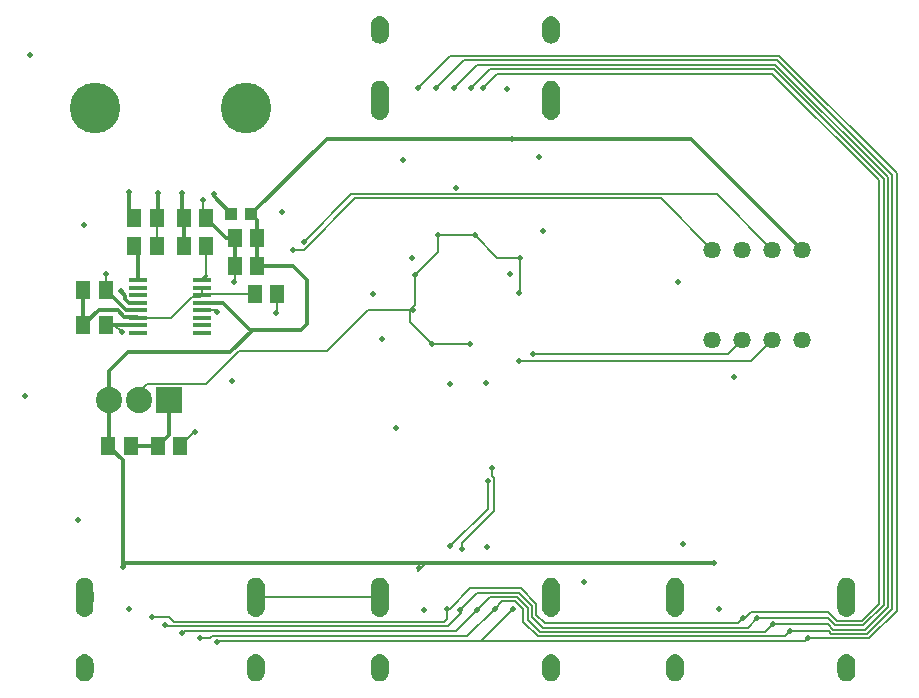
<source format=gbr>
G04 EAGLE Gerber RS-274X export*
G75*
%MOMM*%
%FSLAX34Y34*%
%LPD*%
%INBottom Copper*%
%IPPOS*%
%AMOC8*
5,1,8,0,0,1.08239X$1,22.5*%
G01*
%ADD10C,1.620000*%
%ADD11C,1.463037*%
%ADD12R,2.232000X2.232000*%
%ADD13C,2.232000*%
%ADD14R,1.526000X0.435000*%
%ADD15C,4.284000*%
%ADD16R,1.300000X1.500000*%
%ADD17R,1.100000X1.000000*%
%ADD18C,0.191769*%
%ADD19C,0.502400*%
%ADD20C,0.304800*%
%ADD21C,0.152400*%
%ADD22C,0.200000*%

G36*
X473968Y493995D02*
X473968Y493995D01*
X473972Y493999D01*
X473975Y493999D01*
X473977Y493997D01*
X475384Y494424D01*
X475389Y494430D01*
X475393Y494427D01*
X476690Y495121D01*
X476693Y495127D01*
X476698Y495126D01*
X477835Y496059D01*
X477836Y496066D01*
X477841Y496065D01*
X478774Y497202D01*
X478774Y497209D01*
X478779Y497210D01*
X479473Y498507D01*
X479472Y498513D01*
X479475Y498515D01*
X479476Y498516D01*
X479626Y499009D01*
X479641Y499058D01*
X479865Y499797D01*
X479903Y499923D01*
X479901Y499929D01*
X479905Y499932D01*
X480049Y501395D01*
X480047Y501398D01*
X480049Y501400D01*
X480049Y519400D01*
X480047Y519403D01*
X480049Y519405D01*
X479905Y520868D01*
X479900Y520873D01*
X479903Y520877D01*
X479476Y522284D01*
X479470Y522289D01*
X479473Y522293D01*
X478779Y523590D01*
X478773Y523593D01*
X478774Y523598D01*
X477841Y524735D01*
X477834Y524736D01*
X477835Y524741D01*
X476698Y525674D01*
X476691Y525674D01*
X476690Y525679D01*
X475393Y526373D01*
X475386Y526371D01*
X475384Y526376D01*
X473977Y526803D01*
X473971Y526801D01*
X473968Y526805D01*
X472505Y526949D01*
X472501Y526947D01*
X472497Y526947D01*
X472495Y526949D01*
X471032Y526805D01*
X471027Y526800D01*
X471023Y526803D01*
X469616Y526376D01*
X469611Y526370D01*
X469607Y526373D01*
X468310Y525679D01*
X468307Y525673D01*
X468302Y525674D01*
X467165Y524741D01*
X467164Y524734D01*
X467159Y524735D01*
X466226Y523598D01*
X466226Y523591D01*
X466221Y523590D01*
X465527Y522293D01*
X465529Y522286D01*
X465524Y522284D01*
X465433Y521986D01*
X465418Y521937D01*
X465194Y521198D01*
X465097Y520877D01*
X465100Y520871D01*
X465095Y520868D01*
X464951Y519405D01*
X464953Y519402D01*
X464951Y519400D01*
X464951Y501400D01*
X464953Y501397D01*
X464951Y501395D01*
X465095Y499932D01*
X465100Y499927D01*
X465097Y499923D01*
X465524Y498516D01*
X465530Y498511D01*
X465527Y498507D01*
X466221Y497210D01*
X466227Y497207D01*
X466226Y497202D01*
X467159Y496065D01*
X467166Y496064D01*
X467165Y496059D01*
X468302Y495126D01*
X468309Y495126D01*
X468310Y495121D01*
X469607Y494427D01*
X469614Y494429D01*
X469616Y494424D01*
X471023Y493997D01*
X471027Y493999D01*
X471030Y493999D01*
X471032Y493995D01*
X472495Y493851D01*
X472501Y493855D01*
X472505Y493851D01*
X473968Y493995D01*
G37*
G36*
X328968Y493995D02*
X328968Y493995D01*
X328972Y493999D01*
X328975Y493999D01*
X328977Y493997D01*
X330384Y494424D01*
X330389Y494430D01*
X330393Y494427D01*
X331690Y495121D01*
X331693Y495127D01*
X331698Y495126D01*
X332835Y496059D01*
X332836Y496066D01*
X332841Y496065D01*
X333774Y497202D01*
X333774Y497209D01*
X333779Y497210D01*
X334473Y498507D01*
X334472Y498513D01*
X334475Y498515D01*
X334476Y498516D01*
X334626Y499009D01*
X334641Y499058D01*
X334865Y499797D01*
X334903Y499923D01*
X334901Y499929D01*
X334905Y499932D01*
X335049Y501395D01*
X335047Y501398D01*
X335049Y501400D01*
X335049Y519400D01*
X335047Y519403D01*
X335049Y519405D01*
X334905Y520868D01*
X334900Y520873D01*
X334903Y520877D01*
X334476Y522284D01*
X334470Y522289D01*
X334473Y522293D01*
X333779Y523590D01*
X333773Y523593D01*
X333774Y523598D01*
X332841Y524735D01*
X332834Y524736D01*
X332835Y524741D01*
X331698Y525674D01*
X331691Y525674D01*
X331690Y525679D01*
X330393Y526373D01*
X330386Y526371D01*
X330384Y526376D01*
X328977Y526803D01*
X328971Y526801D01*
X328968Y526805D01*
X327505Y526949D01*
X327501Y526947D01*
X327497Y526947D01*
X327495Y526949D01*
X326032Y526805D01*
X326027Y526800D01*
X326023Y526803D01*
X324616Y526376D01*
X324611Y526370D01*
X324607Y526373D01*
X323310Y525679D01*
X323307Y525673D01*
X323302Y525674D01*
X322165Y524741D01*
X322164Y524734D01*
X322159Y524735D01*
X321226Y523598D01*
X321226Y523591D01*
X321221Y523590D01*
X320527Y522293D01*
X320529Y522286D01*
X320524Y522284D01*
X320433Y521986D01*
X320418Y521937D01*
X320194Y521198D01*
X320097Y520877D01*
X320100Y520871D01*
X320095Y520868D01*
X319951Y519405D01*
X319953Y519402D01*
X319951Y519400D01*
X319951Y501400D01*
X319953Y501397D01*
X319951Y501395D01*
X320095Y499932D01*
X320100Y499927D01*
X320097Y499923D01*
X320524Y498516D01*
X320530Y498511D01*
X320527Y498507D01*
X321221Y497210D01*
X321227Y497207D01*
X321226Y497202D01*
X322159Y496065D01*
X322166Y496064D01*
X322165Y496059D01*
X323302Y495126D01*
X323309Y495126D01*
X323310Y495121D01*
X324607Y494427D01*
X324614Y494429D01*
X324616Y494424D01*
X326023Y493997D01*
X326027Y493999D01*
X326030Y493999D01*
X326032Y493995D01*
X327495Y493851D01*
X327501Y493855D01*
X327505Y493851D01*
X328968Y493995D01*
G37*
G36*
X78968Y73195D02*
X78968Y73195D01*
X78972Y73199D01*
X78975Y73199D01*
X78977Y73197D01*
X80384Y73624D01*
X80389Y73630D01*
X80393Y73627D01*
X81690Y74321D01*
X81693Y74327D01*
X81698Y74326D01*
X82835Y75259D01*
X82836Y75266D01*
X82841Y75265D01*
X83774Y76402D01*
X83774Y76409D01*
X83779Y76410D01*
X84473Y77707D01*
X84472Y77713D01*
X84475Y77715D01*
X84476Y77716D01*
X84626Y78209D01*
X84641Y78258D01*
X84865Y78997D01*
X84903Y79123D01*
X84901Y79129D01*
X84905Y79132D01*
X85049Y80595D01*
X85047Y80598D01*
X85049Y80600D01*
X85049Y98600D01*
X85047Y98603D01*
X85049Y98605D01*
X84905Y100068D01*
X84900Y100073D01*
X84903Y100077D01*
X84476Y101484D01*
X84470Y101489D01*
X84473Y101493D01*
X83779Y102790D01*
X83773Y102793D01*
X83774Y102798D01*
X82841Y103935D01*
X82834Y103936D01*
X82835Y103941D01*
X81698Y104874D01*
X81691Y104874D01*
X81690Y104879D01*
X80393Y105573D01*
X80386Y105571D01*
X80384Y105576D01*
X78977Y106003D01*
X78971Y106001D01*
X78968Y106005D01*
X77505Y106149D01*
X77501Y106147D01*
X77497Y106147D01*
X77495Y106149D01*
X76032Y106005D01*
X76027Y106000D01*
X76023Y106003D01*
X74616Y105576D01*
X74611Y105570D01*
X74607Y105573D01*
X73310Y104879D01*
X73307Y104873D01*
X73302Y104874D01*
X72165Y103941D01*
X72164Y103934D01*
X72159Y103935D01*
X71226Y102798D01*
X71226Y102791D01*
X71221Y102790D01*
X70527Y101493D01*
X70529Y101486D01*
X70524Y101484D01*
X70433Y101186D01*
X70418Y101137D01*
X70194Y100398D01*
X70097Y100077D01*
X70100Y100071D01*
X70095Y100068D01*
X69951Y98605D01*
X69953Y98602D01*
X69951Y98600D01*
X69951Y80600D01*
X69953Y80597D01*
X69951Y80595D01*
X70095Y79132D01*
X70100Y79127D01*
X70097Y79123D01*
X70524Y77716D01*
X70530Y77711D01*
X70527Y77707D01*
X71221Y76410D01*
X71227Y76407D01*
X71226Y76402D01*
X72159Y75265D01*
X72166Y75264D01*
X72165Y75259D01*
X73302Y74326D01*
X73309Y74326D01*
X73310Y74321D01*
X74607Y73627D01*
X74614Y73629D01*
X74616Y73624D01*
X76023Y73197D01*
X76027Y73199D01*
X76030Y73199D01*
X76032Y73195D01*
X77495Y73051D01*
X77501Y73055D01*
X77505Y73051D01*
X78968Y73195D01*
G37*
G36*
X223968Y73195D02*
X223968Y73195D01*
X223972Y73199D01*
X223975Y73199D01*
X223977Y73197D01*
X225384Y73624D01*
X225389Y73630D01*
X225393Y73627D01*
X226690Y74321D01*
X226693Y74327D01*
X226698Y74326D01*
X227835Y75259D01*
X227836Y75266D01*
X227841Y75265D01*
X228774Y76402D01*
X228774Y76409D01*
X228779Y76410D01*
X229473Y77707D01*
X229472Y77713D01*
X229475Y77715D01*
X229476Y77716D01*
X229626Y78209D01*
X229641Y78258D01*
X229865Y78997D01*
X229903Y79123D01*
X229901Y79129D01*
X229905Y79132D01*
X230049Y80595D01*
X230047Y80598D01*
X230049Y80600D01*
X230049Y98600D01*
X230047Y98603D01*
X230049Y98605D01*
X229905Y100068D01*
X229900Y100073D01*
X229903Y100077D01*
X229476Y101484D01*
X229470Y101489D01*
X229473Y101493D01*
X228779Y102790D01*
X228773Y102793D01*
X228774Y102798D01*
X227841Y103935D01*
X227834Y103936D01*
X227835Y103941D01*
X226698Y104874D01*
X226691Y104874D01*
X226690Y104879D01*
X225393Y105573D01*
X225386Y105571D01*
X225384Y105576D01*
X223977Y106003D01*
X223971Y106001D01*
X223968Y106005D01*
X222505Y106149D01*
X222501Y106147D01*
X222497Y106147D01*
X222495Y106149D01*
X221032Y106005D01*
X221027Y106000D01*
X221023Y106003D01*
X219616Y105576D01*
X219611Y105570D01*
X219607Y105573D01*
X218310Y104879D01*
X218307Y104873D01*
X218302Y104874D01*
X217165Y103941D01*
X217164Y103934D01*
X217159Y103935D01*
X216226Y102798D01*
X216226Y102791D01*
X216221Y102790D01*
X215527Y101493D01*
X215529Y101486D01*
X215524Y101484D01*
X215433Y101186D01*
X215418Y101137D01*
X215194Y100398D01*
X215097Y100077D01*
X215100Y100071D01*
X215095Y100068D01*
X214951Y98605D01*
X214953Y98602D01*
X214951Y98600D01*
X214951Y80600D01*
X214953Y80597D01*
X214951Y80595D01*
X215095Y79132D01*
X215100Y79127D01*
X215097Y79123D01*
X215524Y77716D01*
X215530Y77711D01*
X215527Y77707D01*
X216221Y76410D01*
X216227Y76407D01*
X216226Y76402D01*
X217159Y75265D01*
X217166Y75264D01*
X217165Y75259D01*
X218302Y74326D01*
X218309Y74326D01*
X218310Y74321D01*
X219607Y73627D01*
X219614Y73629D01*
X219616Y73624D01*
X221023Y73197D01*
X221027Y73199D01*
X221030Y73199D01*
X221032Y73195D01*
X222495Y73051D01*
X222501Y73055D01*
X222505Y73051D01*
X223968Y73195D01*
G37*
G36*
X578968Y73195D02*
X578968Y73195D01*
X578972Y73199D01*
X578975Y73199D01*
X578977Y73197D01*
X580384Y73624D01*
X580389Y73630D01*
X580393Y73627D01*
X581690Y74321D01*
X581693Y74327D01*
X581698Y74326D01*
X582835Y75259D01*
X582836Y75266D01*
X582841Y75265D01*
X583774Y76402D01*
X583774Y76409D01*
X583779Y76410D01*
X584473Y77707D01*
X584472Y77713D01*
X584475Y77715D01*
X584476Y77716D01*
X584626Y78209D01*
X584641Y78258D01*
X584865Y78997D01*
X584903Y79123D01*
X584901Y79129D01*
X584905Y79132D01*
X585049Y80595D01*
X585047Y80598D01*
X585049Y80600D01*
X585049Y98600D01*
X585047Y98603D01*
X585049Y98605D01*
X584905Y100068D01*
X584900Y100073D01*
X584903Y100077D01*
X584476Y101484D01*
X584470Y101489D01*
X584473Y101493D01*
X583779Y102790D01*
X583773Y102793D01*
X583774Y102798D01*
X582841Y103935D01*
X582834Y103936D01*
X582835Y103941D01*
X581698Y104874D01*
X581691Y104874D01*
X581690Y104879D01*
X580393Y105573D01*
X580386Y105571D01*
X580384Y105576D01*
X578977Y106003D01*
X578971Y106001D01*
X578968Y106005D01*
X577505Y106149D01*
X577501Y106147D01*
X577497Y106147D01*
X577495Y106149D01*
X576032Y106005D01*
X576027Y106000D01*
X576023Y106003D01*
X574616Y105576D01*
X574611Y105570D01*
X574607Y105573D01*
X573310Y104879D01*
X573307Y104873D01*
X573302Y104874D01*
X572165Y103941D01*
X572164Y103934D01*
X572159Y103935D01*
X571226Y102798D01*
X571226Y102791D01*
X571221Y102790D01*
X570527Y101493D01*
X570529Y101486D01*
X570524Y101484D01*
X570433Y101186D01*
X570418Y101137D01*
X570194Y100398D01*
X570097Y100077D01*
X570100Y100071D01*
X570095Y100068D01*
X569951Y98605D01*
X569953Y98602D01*
X569951Y98600D01*
X569951Y80600D01*
X569953Y80597D01*
X569951Y80595D01*
X570095Y79132D01*
X570100Y79127D01*
X570097Y79123D01*
X570524Y77716D01*
X570530Y77711D01*
X570527Y77707D01*
X571221Y76410D01*
X571227Y76407D01*
X571226Y76402D01*
X572159Y75265D01*
X572166Y75264D01*
X572165Y75259D01*
X573302Y74326D01*
X573309Y74326D01*
X573310Y74321D01*
X574607Y73627D01*
X574614Y73629D01*
X574616Y73624D01*
X576023Y73197D01*
X576027Y73199D01*
X576030Y73199D01*
X576032Y73195D01*
X577495Y73051D01*
X577501Y73055D01*
X577505Y73051D01*
X578968Y73195D01*
G37*
G36*
X473968Y73195D02*
X473968Y73195D01*
X473972Y73199D01*
X473975Y73199D01*
X473977Y73197D01*
X475384Y73624D01*
X475389Y73630D01*
X475393Y73627D01*
X476690Y74321D01*
X476693Y74327D01*
X476698Y74326D01*
X477835Y75259D01*
X477836Y75266D01*
X477841Y75265D01*
X478774Y76402D01*
X478774Y76409D01*
X478779Y76410D01*
X479473Y77707D01*
X479472Y77713D01*
X479475Y77715D01*
X479476Y77716D01*
X479626Y78209D01*
X479641Y78258D01*
X479865Y78997D01*
X479903Y79123D01*
X479901Y79129D01*
X479905Y79132D01*
X480049Y80595D01*
X480047Y80598D01*
X480049Y80600D01*
X480049Y98600D01*
X480047Y98603D01*
X480049Y98605D01*
X479905Y100068D01*
X479900Y100073D01*
X479903Y100077D01*
X479476Y101484D01*
X479470Y101489D01*
X479473Y101493D01*
X478779Y102790D01*
X478773Y102793D01*
X478774Y102798D01*
X477841Y103935D01*
X477834Y103936D01*
X477835Y103941D01*
X476698Y104874D01*
X476691Y104874D01*
X476690Y104879D01*
X475393Y105573D01*
X475386Y105571D01*
X475384Y105576D01*
X473977Y106003D01*
X473971Y106001D01*
X473968Y106005D01*
X472505Y106149D01*
X472501Y106147D01*
X472497Y106147D01*
X472495Y106149D01*
X471032Y106005D01*
X471027Y106000D01*
X471023Y106003D01*
X469616Y105576D01*
X469611Y105570D01*
X469607Y105573D01*
X468310Y104879D01*
X468307Y104873D01*
X468302Y104874D01*
X467165Y103941D01*
X467164Y103934D01*
X467159Y103935D01*
X466226Y102798D01*
X466226Y102791D01*
X466221Y102790D01*
X465527Y101493D01*
X465529Y101486D01*
X465524Y101484D01*
X465433Y101186D01*
X465418Y101137D01*
X465194Y100398D01*
X465097Y100077D01*
X465100Y100071D01*
X465095Y100068D01*
X464951Y98605D01*
X464953Y98602D01*
X464951Y98600D01*
X464951Y80600D01*
X464953Y80597D01*
X464951Y80595D01*
X465095Y79132D01*
X465100Y79127D01*
X465097Y79123D01*
X465524Y77716D01*
X465530Y77711D01*
X465527Y77707D01*
X466221Y76410D01*
X466227Y76407D01*
X466226Y76402D01*
X467159Y75265D01*
X467166Y75264D01*
X467165Y75259D01*
X468302Y74326D01*
X468309Y74326D01*
X468310Y74321D01*
X469607Y73627D01*
X469614Y73629D01*
X469616Y73624D01*
X471023Y73197D01*
X471027Y73199D01*
X471030Y73199D01*
X471032Y73195D01*
X472495Y73051D01*
X472501Y73055D01*
X472505Y73051D01*
X473968Y73195D01*
G37*
G36*
X328968Y73195D02*
X328968Y73195D01*
X328972Y73199D01*
X328975Y73199D01*
X328977Y73197D01*
X330384Y73624D01*
X330389Y73630D01*
X330393Y73627D01*
X331690Y74321D01*
X331693Y74327D01*
X331698Y74326D01*
X332835Y75259D01*
X332836Y75266D01*
X332841Y75265D01*
X333774Y76402D01*
X333774Y76409D01*
X333779Y76410D01*
X334473Y77707D01*
X334472Y77713D01*
X334475Y77715D01*
X334476Y77716D01*
X334626Y78209D01*
X334641Y78258D01*
X334865Y78997D01*
X334903Y79123D01*
X334901Y79129D01*
X334905Y79132D01*
X335049Y80595D01*
X335047Y80598D01*
X335049Y80600D01*
X335049Y98600D01*
X335047Y98603D01*
X335049Y98605D01*
X334905Y100068D01*
X334900Y100073D01*
X334903Y100077D01*
X334476Y101484D01*
X334470Y101489D01*
X334473Y101493D01*
X333779Y102790D01*
X333773Y102793D01*
X333774Y102798D01*
X332841Y103935D01*
X332834Y103936D01*
X332835Y103941D01*
X331698Y104874D01*
X331691Y104874D01*
X331690Y104879D01*
X330393Y105573D01*
X330386Y105571D01*
X330384Y105576D01*
X328977Y106003D01*
X328971Y106001D01*
X328968Y106005D01*
X327505Y106149D01*
X327501Y106147D01*
X327497Y106147D01*
X327495Y106149D01*
X326032Y106005D01*
X326027Y106000D01*
X326023Y106003D01*
X324616Y105576D01*
X324611Y105570D01*
X324607Y105573D01*
X323310Y104879D01*
X323307Y104873D01*
X323302Y104874D01*
X322165Y103941D01*
X322164Y103934D01*
X322159Y103935D01*
X321226Y102798D01*
X321226Y102791D01*
X321221Y102790D01*
X320527Y101493D01*
X320529Y101486D01*
X320524Y101484D01*
X320433Y101186D01*
X320418Y101137D01*
X320194Y100398D01*
X320097Y100077D01*
X320100Y100071D01*
X320095Y100068D01*
X319951Y98605D01*
X319953Y98602D01*
X319951Y98600D01*
X319951Y80600D01*
X319953Y80597D01*
X319951Y80595D01*
X320095Y79132D01*
X320100Y79127D01*
X320097Y79123D01*
X320524Y77716D01*
X320530Y77711D01*
X320527Y77707D01*
X321221Y76410D01*
X321227Y76407D01*
X321226Y76402D01*
X322159Y75265D01*
X322166Y75264D01*
X322165Y75259D01*
X323302Y74326D01*
X323309Y74326D01*
X323310Y74321D01*
X324607Y73627D01*
X324614Y73629D01*
X324616Y73624D01*
X326023Y73197D01*
X326027Y73199D01*
X326030Y73199D01*
X326032Y73195D01*
X327495Y73051D01*
X327501Y73055D01*
X327505Y73051D01*
X328968Y73195D01*
G37*
G36*
X723968Y73195D02*
X723968Y73195D01*
X723972Y73199D01*
X723975Y73199D01*
X723977Y73197D01*
X725384Y73624D01*
X725389Y73630D01*
X725393Y73627D01*
X726690Y74321D01*
X726693Y74327D01*
X726698Y74326D01*
X727835Y75259D01*
X727836Y75266D01*
X727841Y75265D01*
X728774Y76402D01*
X728774Y76409D01*
X728779Y76410D01*
X729473Y77707D01*
X729472Y77713D01*
X729475Y77715D01*
X729476Y77716D01*
X729626Y78209D01*
X729641Y78258D01*
X729865Y78997D01*
X729903Y79123D01*
X729901Y79129D01*
X729905Y79132D01*
X730049Y80595D01*
X730047Y80598D01*
X730049Y80600D01*
X730049Y98600D01*
X730047Y98603D01*
X730049Y98605D01*
X729905Y100068D01*
X729900Y100073D01*
X729903Y100077D01*
X729476Y101484D01*
X729470Y101489D01*
X729473Y101493D01*
X728779Y102790D01*
X728773Y102793D01*
X728774Y102798D01*
X727841Y103935D01*
X727834Y103936D01*
X727835Y103941D01*
X726698Y104874D01*
X726691Y104874D01*
X726690Y104879D01*
X725393Y105573D01*
X725386Y105571D01*
X725384Y105576D01*
X723977Y106003D01*
X723971Y106001D01*
X723968Y106005D01*
X722505Y106149D01*
X722501Y106147D01*
X722497Y106147D01*
X722495Y106149D01*
X721032Y106005D01*
X721027Y106000D01*
X721023Y106003D01*
X719616Y105576D01*
X719611Y105570D01*
X719607Y105573D01*
X718310Y104879D01*
X718307Y104873D01*
X718302Y104874D01*
X717165Y103941D01*
X717164Y103934D01*
X717159Y103935D01*
X716226Y102798D01*
X716226Y102791D01*
X716221Y102790D01*
X715527Y101493D01*
X715529Y101486D01*
X715524Y101484D01*
X715433Y101186D01*
X715418Y101137D01*
X715194Y100398D01*
X715097Y100077D01*
X715100Y100071D01*
X715095Y100068D01*
X714951Y98605D01*
X714953Y98602D01*
X714951Y98600D01*
X714951Y80600D01*
X714953Y80597D01*
X714951Y80595D01*
X715095Y79132D01*
X715100Y79127D01*
X715097Y79123D01*
X715524Y77716D01*
X715530Y77711D01*
X715527Y77707D01*
X716221Y76410D01*
X716227Y76407D01*
X716226Y76402D01*
X717159Y75265D01*
X717166Y75264D01*
X717165Y75259D01*
X718302Y74326D01*
X718309Y74326D01*
X718310Y74321D01*
X719607Y73627D01*
X719614Y73629D01*
X719616Y73624D01*
X721023Y73197D01*
X721027Y73199D01*
X721030Y73199D01*
X721032Y73195D01*
X722495Y73051D01*
X722501Y73055D01*
X722505Y73051D01*
X723968Y73195D01*
G37*
G36*
X473968Y558595D02*
X473968Y558595D01*
X473972Y558599D01*
X473975Y558599D01*
X473977Y558597D01*
X475384Y559024D01*
X475389Y559030D01*
X475393Y559027D01*
X476690Y559721D01*
X476693Y559727D01*
X476698Y559726D01*
X477835Y560659D01*
X477836Y560666D01*
X477841Y560665D01*
X478774Y561802D01*
X478774Y561809D01*
X478779Y561810D01*
X479473Y563107D01*
X479472Y563113D01*
X479475Y563115D01*
X479476Y563116D01*
X479626Y563609D01*
X479641Y563658D01*
X479865Y564397D01*
X479903Y564523D01*
X479901Y564529D01*
X479905Y564532D01*
X480049Y565995D01*
X480047Y565998D01*
X480049Y566000D01*
X480049Y574000D01*
X480047Y574003D01*
X480049Y574005D01*
X479905Y575468D01*
X479900Y575473D01*
X479903Y575477D01*
X479476Y576884D01*
X479470Y576889D01*
X479473Y576893D01*
X478779Y578190D01*
X478773Y578193D01*
X478774Y578198D01*
X477841Y579335D01*
X477834Y579336D01*
X477835Y579341D01*
X476698Y580274D01*
X476691Y580274D01*
X476690Y580279D01*
X475393Y580973D01*
X475386Y580971D01*
X475384Y580976D01*
X473977Y581403D01*
X473973Y581401D01*
X473970Y581401D01*
X473968Y581405D01*
X472505Y581549D01*
X472503Y581548D01*
X472503Y581549D01*
X472497Y581549D01*
X472496Y581548D01*
X472495Y581549D01*
X471032Y581405D01*
X471028Y581401D01*
X471025Y581401D01*
X471023Y581403D01*
X469616Y580976D01*
X469611Y580970D01*
X469607Y580973D01*
X468310Y580279D01*
X468307Y580273D01*
X468302Y580274D01*
X467165Y579341D01*
X467164Y579334D01*
X467159Y579335D01*
X466226Y578198D01*
X466226Y578191D01*
X466221Y578190D01*
X465527Y576893D01*
X465528Y576887D01*
X465526Y576885D01*
X465524Y576884D01*
X465464Y576687D01*
X465240Y575948D01*
X465225Y575899D01*
X465097Y575477D01*
X465100Y575471D01*
X465095Y575468D01*
X464951Y574005D01*
X464953Y574002D01*
X464951Y574000D01*
X464951Y566000D01*
X464953Y565997D01*
X464951Y565995D01*
X465095Y564532D01*
X465100Y564527D01*
X465097Y564523D01*
X465524Y563116D01*
X465530Y563111D01*
X465527Y563107D01*
X466221Y561810D01*
X466227Y561807D01*
X466226Y561802D01*
X467159Y560665D01*
X467166Y560664D01*
X467165Y560659D01*
X468302Y559726D01*
X468309Y559726D01*
X468310Y559721D01*
X469607Y559027D01*
X469614Y559029D01*
X469616Y559024D01*
X471023Y558597D01*
X471027Y558599D01*
X471030Y558599D01*
X471032Y558595D01*
X472495Y558451D01*
X472501Y558455D01*
X472505Y558451D01*
X473968Y558595D01*
G37*
G36*
X328968Y558595D02*
X328968Y558595D01*
X328972Y558599D01*
X328975Y558599D01*
X328977Y558597D01*
X330384Y559024D01*
X330389Y559030D01*
X330393Y559027D01*
X331690Y559721D01*
X331693Y559727D01*
X331698Y559726D01*
X332835Y560659D01*
X332836Y560666D01*
X332841Y560665D01*
X333774Y561802D01*
X333774Y561809D01*
X333779Y561810D01*
X334473Y563107D01*
X334472Y563113D01*
X334475Y563115D01*
X334476Y563116D01*
X334626Y563609D01*
X334641Y563658D01*
X334865Y564397D01*
X334903Y564523D01*
X334901Y564529D01*
X334905Y564532D01*
X335049Y565995D01*
X335047Y565998D01*
X335049Y566000D01*
X335049Y574000D01*
X335047Y574003D01*
X335049Y574005D01*
X334905Y575468D01*
X334900Y575473D01*
X334903Y575477D01*
X334476Y576884D01*
X334470Y576889D01*
X334473Y576893D01*
X333779Y578190D01*
X333773Y578193D01*
X333774Y578198D01*
X332841Y579335D01*
X332834Y579336D01*
X332835Y579341D01*
X331698Y580274D01*
X331691Y580274D01*
X331690Y580279D01*
X330393Y580973D01*
X330386Y580971D01*
X330384Y580976D01*
X328977Y581403D01*
X328973Y581401D01*
X328970Y581401D01*
X328968Y581405D01*
X327505Y581549D01*
X327503Y581548D01*
X327503Y581549D01*
X327497Y581549D01*
X327496Y581548D01*
X327495Y581549D01*
X326032Y581405D01*
X326028Y581401D01*
X326025Y581401D01*
X326023Y581403D01*
X324616Y580976D01*
X324611Y580970D01*
X324607Y580973D01*
X323310Y580279D01*
X323307Y580273D01*
X323302Y580274D01*
X322165Y579341D01*
X322164Y579334D01*
X322159Y579335D01*
X321226Y578198D01*
X321226Y578191D01*
X321221Y578190D01*
X320527Y576893D01*
X320528Y576887D01*
X320526Y576885D01*
X320524Y576884D01*
X320464Y576687D01*
X320240Y575948D01*
X320225Y575899D01*
X320097Y575477D01*
X320100Y575471D01*
X320095Y575468D01*
X319951Y574005D01*
X319953Y574002D01*
X319951Y574000D01*
X319951Y566000D01*
X319953Y565997D01*
X319951Y565995D01*
X320095Y564532D01*
X320100Y564527D01*
X320097Y564523D01*
X320524Y563116D01*
X320530Y563111D01*
X320527Y563107D01*
X321221Y561810D01*
X321227Y561807D01*
X321226Y561802D01*
X322159Y560665D01*
X322166Y560664D01*
X322165Y560659D01*
X323302Y559726D01*
X323309Y559726D01*
X323310Y559721D01*
X324607Y559027D01*
X324614Y559029D01*
X324616Y559024D01*
X326023Y558597D01*
X326027Y558599D01*
X326030Y558599D01*
X326032Y558595D01*
X327495Y558451D01*
X327501Y558455D01*
X327505Y558451D01*
X328968Y558595D01*
G37*
G36*
X223968Y18595D02*
X223968Y18595D01*
X223972Y18599D01*
X223975Y18599D01*
X223977Y18597D01*
X225384Y19024D01*
X225389Y19030D01*
X225393Y19027D01*
X226690Y19721D01*
X226693Y19727D01*
X226698Y19726D01*
X227835Y20659D01*
X227836Y20666D01*
X227841Y20665D01*
X228774Y21802D01*
X228774Y21809D01*
X228779Y21810D01*
X229473Y23107D01*
X229472Y23113D01*
X229475Y23115D01*
X229476Y23116D01*
X229626Y23609D01*
X229641Y23658D01*
X229865Y24397D01*
X229903Y24523D01*
X229901Y24529D01*
X229905Y24532D01*
X230049Y25995D01*
X230047Y25998D01*
X230049Y26000D01*
X230049Y34000D01*
X230047Y34003D01*
X230049Y34005D01*
X229905Y35468D01*
X229900Y35473D01*
X229903Y35477D01*
X229476Y36884D01*
X229470Y36889D01*
X229473Y36893D01*
X228779Y38190D01*
X228773Y38193D01*
X228774Y38198D01*
X227841Y39335D01*
X227834Y39336D01*
X227835Y39341D01*
X226698Y40274D01*
X226691Y40274D01*
X226690Y40279D01*
X225393Y40973D01*
X225386Y40971D01*
X225384Y40976D01*
X223977Y41403D01*
X223973Y41401D01*
X223970Y41401D01*
X223968Y41405D01*
X222505Y41549D01*
X222503Y41548D01*
X222503Y41549D01*
X222497Y41549D01*
X222496Y41548D01*
X222495Y41549D01*
X221032Y41405D01*
X221028Y41401D01*
X221025Y41401D01*
X221023Y41403D01*
X219616Y40976D01*
X219611Y40970D01*
X219607Y40973D01*
X218310Y40279D01*
X218307Y40273D01*
X218302Y40274D01*
X217165Y39341D01*
X217164Y39334D01*
X217159Y39335D01*
X216226Y38198D01*
X216226Y38191D01*
X216221Y38190D01*
X215527Y36893D01*
X215528Y36887D01*
X215526Y36885D01*
X215524Y36884D01*
X215464Y36687D01*
X215240Y35948D01*
X215225Y35899D01*
X215097Y35477D01*
X215100Y35471D01*
X215095Y35468D01*
X214951Y34005D01*
X214953Y34002D01*
X214951Y34000D01*
X214951Y26000D01*
X214953Y25997D01*
X214951Y25995D01*
X215095Y24532D01*
X215100Y24527D01*
X215097Y24523D01*
X215524Y23116D01*
X215530Y23111D01*
X215527Y23107D01*
X216221Y21810D01*
X216227Y21807D01*
X216226Y21802D01*
X217159Y20665D01*
X217166Y20664D01*
X217165Y20659D01*
X218302Y19726D01*
X218309Y19726D01*
X218310Y19721D01*
X219607Y19027D01*
X219614Y19029D01*
X219616Y19024D01*
X221023Y18597D01*
X221027Y18599D01*
X221030Y18599D01*
X221032Y18595D01*
X222495Y18451D01*
X222501Y18455D01*
X222505Y18451D01*
X223968Y18595D01*
G37*
G36*
X473968Y18595D02*
X473968Y18595D01*
X473972Y18599D01*
X473975Y18599D01*
X473977Y18597D01*
X475384Y19024D01*
X475389Y19030D01*
X475393Y19027D01*
X476690Y19721D01*
X476693Y19727D01*
X476698Y19726D01*
X477835Y20659D01*
X477836Y20666D01*
X477841Y20665D01*
X478774Y21802D01*
X478774Y21809D01*
X478779Y21810D01*
X479473Y23107D01*
X479472Y23113D01*
X479475Y23115D01*
X479476Y23116D01*
X479626Y23609D01*
X479641Y23658D01*
X479865Y24397D01*
X479903Y24523D01*
X479901Y24529D01*
X479905Y24532D01*
X480049Y25995D01*
X480047Y25998D01*
X480049Y26000D01*
X480049Y34000D01*
X480047Y34003D01*
X480049Y34005D01*
X479905Y35468D01*
X479900Y35473D01*
X479903Y35477D01*
X479476Y36884D01*
X479470Y36889D01*
X479473Y36893D01*
X478779Y38190D01*
X478773Y38193D01*
X478774Y38198D01*
X477841Y39335D01*
X477834Y39336D01*
X477835Y39341D01*
X476698Y40274D01*
X476691Y40274D01*
X476690Y40279D01*
X475393Y40973D01*
X475386Y40971D01*
X475384Y40976D01*
X473977Y41403D01*
X473973Y41401D01*
X473970Y41401D01*
X473968Y41405D01*
X472505Y41549D01*
X472503Y41548D01*
X472503Y41549D01*
X472497Y41549D01*
X472496Y41548D01*
X472495Y41549D01*
X471032Y41405D01*
X471028Y41401D01*
X471025Y41401D01*
X471023Y41403D01*
X469616Y40976D01*
X469611Y40970D01*
X469607Y40973D01*
X468310Y40279D01*
X468307Y40273D01*
X468302Y40274D01*
X467165Y39341D01*
X467164Y39334D01*
X467159Y39335D01*
X466226Y38198D01*
X466226Y38191D01*
X466221Y38190D01*
X465527Y36893D01*
X465528Y36887D01*
X465526Y36885D01*
X465524Y36884D01*
X465464Y36687D01*
X465240Y35948D01*
X465225Y35899D01*
X465097Y35477D01*
X465100Y35471D01*
X465095Y35468D01*
X464951Y34005D01*
X464953Y34002D01*
X464951Y34000D01*
X464951Y26000D01*
X464953Y25997D01*
X464951Y25995D01*
X465095Y24532D01*
X465100Y24527D01*
X465097Y24523D01*
X465524Y23116D01*
X465530Y23111D01*
X465527Y23107D01*
X466221Y21810D01*
X466227Y21807D01*
X466226Y21802D01*
X467159Y20665D01*
X467166Y20664D01*
X467165Y20659D01*
X468302Y19726D01*
X468309Y19726D01*
X468310Y19721D01*
X469607Y19027D01*
X469614Y19029D01*
X469616Y19024D01*
X471023Y18597D01*
X471027Y18599D01*
X471030Y18599D01*
X471032Y18595D01*
X472495Y18451D01*
X472501Y18455D01*
X472505Y18451D01*
X473968Y18595D01*
G37*
G36*
X578968Y18595D02*
X578968Y18595D01*
X578972Y18599D01*
X578975Y18599D01*
X578977Y18597D01*
X580384Y19024D01*
X580389Y19030D01*
X580393Y19027D01*
X581690Y19721D01*
X581693Y19727D01*
X581698Y19726D01*
X582835Y20659D01*
X582836Y20666D01*
X582841Y20665D01*
X583774Y21802D01*
X583774Y21809D01*
X583779Y21810D01*
X584473Y23107D01*
X584472Y23113D01*
X584475Y23115D01*
X584476Y23116D01*
X584626Y23609D01*
X584641Y23658D01*
X584865Y24397D01*
X584903Y24523D01*
X584901Y24529D01*
X584905Y24532D01*
X585049Y25995D01*
X585047Y25998D01*
X585049Y26000D01*
X585049Y34000D01*
X585047Y34003D01*
X585049Y34005D01*
X584905Y35468D01*
X584900Y35473D01*
X584903Y35477D01*
X584476Y36884D01*
X584470Y36889D01*
X584473Y36893D01*
X583779Y38190D01*
X583773Y38193D01*
X583774Y38198D01*
X582841Y39335D01*
X582834Y39336D01*
X582835Y39341D01*
X581698Y40274D01*
X581691Y40274D01*
X581690Y40279D01*
X580393Y40973D01*
X580386Y40971D01*
X580384Y40976D01*
X578977Y41403D01*
X578973Y41401D01*
X578970Y41401D01*
X578968Y41405D01*
X577505Y41549D01*
X577503Y41548D01*
X577503Y41549D01*
X577497Y41549D01*
X577496Y41548D01*
X577495Y41549D01*
X576032Y41405D01*
X576028Y41401D01*
X576025Y41401D01*
X576023Y41403D01*
X574616Y40976D01*
X574611Y40970D01*
X574607Y40973D01*
X573310Y40279D01*
X573307Y40273D01*
X573302Y40274D01*
X572165Y39341D01*
X572164Y39334D01*
X572159Y39335D01*
X571226Y38198D01*
X571226Y38191D01*
X571221Y38190D01*
X570527Y36893D01*
X570528Y36887D01*
X570526Y36885D01*
X570524Y36884D01*
X570464Y36687D01*
X570240Y35948D01*
X570225Y35899D01*
X570097Y35477D01*
X570100Y35471D01*
X570095Y35468D01*
X569951Y34005D01*
X569953Y34002D01*
X569951Y34000D01*
X569951Y26000D01*
X569953Y25997D01*
X569951Y25995D01*
X570095Y24532D01*
X570100Y24527D01*
X570097Y24523D01*
X570524Y23116D01*
X570530Y23111D01*
X570527Y23107D01*
X571221Y21810D01*
X571227Y21807D01*
X571226Y21802D01*
X572159Y20665D01*
X572166Y20664D01*
X572165Y20659D01*
X573302Y19726D01*
X573309Y19726D01*
X573310Y19721D01*
X574607Y19027D01*
X574614Y19029D01*
X574616Y19024D01*
X576023Y18597D01*
X576027Y18599D01*
X576030Y18599D01*
X576032Y18595D01*
X577495Y18451D01*
X577501Y18455D01*
X577505Y18451D01*
X578968Y18595D01*
G37*
G36*
X78968Y18595D02*
X78968Y18595D01*
X78972Y18599D01*
X78975Y18599D01*
X78977Y18597D01*
X80384Y19024D01*
X80389Y19030D01*
X80393Y19027D01*
X81690Y19721D01*
X81693Y19727D01*
X81698Y19726D01*
X82835Y20659D01*
X82836Y20666D01*
X82841Y20665D01*
X83774Y21802D01*
X83774Y21809D01*
X83779Y21810D01*
X84473Y23107D01*
X84472Y23113D01*
X84475Y23115D01*
X84476Y23116D01*
X84626Y23609D01*
X84641Y23658D01*
X84865Y24397D01*
X84903Y24523D01*
X84901Y24529D01*
X84905Y24532D01*
X85049Y25995D01*
X85047Y25998D01*
X85049Y26000D01*
X85049Y34000D01*
X85047Y34003D01*
X85049Y34005D01*
X84905Y35468D01*
X84900Y35473D01*
X84903Y35477D01*
X84476Y36884D01*
X84470Y36889D01*
X84473Y36893D01*
X83779Y38190D01*
X83773Y38193D01*
X83774Y38198D01*
X82841Y39335D01*
X82834Y39336D01*
X82835Y39341D01*
X81698Y40274D01*
X81691Y40274D01*
X81690Y40279D01*
X80393Y40973D01*
X80386Y40971D01*
X80384Y40976D01*
X78977Y41403D01*
X78973Y41401D01*
X78970Y41401D01*
X78968Y41405D01*
X77505Y41549D01*
X77503Y41548D01*
X77503Y41549D01*
X77497Y41549D01*
X77496Y41548D01*
X77495Y41549D01*
X76032Y41405D01*
X76028Y41401D01*
X76025Y41401D01*
X76023Y41403D01*
X74616Y40976D01*
X74611Y40970D01*
X74607Y40973D01*
X73310Y40279D01*
X73307Y40273D01*
X73302Y40274D01*
X72165Y39341D01*
X72164Y39334D01*
X72159Y39335D01*
X71226Y38198D01*
X71226Y38191D01*
X71221Y38190D01*
X70527Y36893D01*
X70528Y36887D01*
X70526Y36885D01*
X70524Y36884D01*
X70464Y36687D01*
X70240Y35948D01*
X70225Y35899D01*
X70097Y35477D01*
X70100Y35471D01*
X70095Y35468D01*
X69951Y34005D01*
X69953Y34002D01*
X69951Y34000D01*
X69951Y26000D01*
X69953Y25997D01*
X69951Y25995D01*
X70095Y24532D01*
X70100Y24527D01*
X70097Y24523D01*
X70524Y23116D01*
X70530Y23111D01*
X70527Y23107D01*
X71221Y21810D01*
X71227Y21807D01*
X71226Y21802D01*
X72159Y20665D01*
X72166Y20664D01*
X72165Y20659D01*
X73302Y19726D01*
X73309Y19726D01*
X73310Y19721D01*
X74607Y19027D01*
X74614Y19029D01*
X74616Y19024D01*
X76023Y18597D01*
X76027Y18599D01*
X76030Y18599D01*
X76032Y18595D01*
X77495Y18451D01*
X77501Y18455D01*
X77505Y18451D01*
X78968Y18595D01*
G37*
G36*
X328968Y18595D02*
X328968Y18595D01*
X328972Y18599D01*
X328975Y18599D01*
X328977Y18597D01*
X330384Y19024D01*
X330389Y19030D01*
X330393Y19027D01*
X331690Y19721D01*
X331693Y19727D01*
X331698Y19726D01*
X332835Y20659D01*
X332836Y20666D01*
X332841Y20665D01*
X333774Y21802D01*
X333774Y21809D01*
X333779Y21810D01*
X334473Y23107D01*
X334472Y23113D01*
X334475Y23115D01*
X334476Y23116D01*
X334626Y23609D01*
X334641Y23658D01*
X334865Y24397D01*
X334903Y24523D01*
X334901Y24529D01*
X334905Y24532D01*
X335049Y25995D01*
X335047Y25998D01*
X335049Y26000D01*
X335049Y34000D01*
X335047Y34003D01*
X335049Y34005D01*
X334905Y35468D01*
X334900Y35473D01*
X334903Y35477D01*
X334476Y36884D01*
X334470Y36889D01*
X334473Y36893D01*
X333779Y38190D01*
X333773Y38193D01*
X333774Y38198D01*
X332841Y39335D01*
X332834Y39336D01*
X332835Y39341D01*
X331698Y40274D01*
X331691Y40274D01*
X331690Y40279D01*
X330393Y40973D01*
X330386Y40971D01*
X330384Y40976D01*
X328977Y41403D01*
X328973Y41401D01*
X328970Y41401D01*
X328968Y41405D01*
X327505Y41549D01*
X327503Y41548D01*
X327503Y41549D01*
X327497Y41549D01*
X327496Y41548D01*
X327495Y41549D01*
X326032Y41405D01*
X326028Y41401D01*
X326025Y41401D01*
X326023Y41403D01*
X324616Y40976D01*
X324611Y40970D01*
X324607Y40973D01*
X323310Y40279D01*
X323307Y40273D01*
X323302Y40274D01*
X322165Y39341D01*
X322164Y39334D01*
X322159Y39335D01*
X321226Y38198D01*
X321226Y38191D01*
X321221Y38190D01*
X320527Y36893D01*
X320528Y36887D01*
X320526Y36885D01*
X320524Y36884D01*
X320464Y36687D01*
X320240Y35948D01*
X320225Y35899D01*
X320097Y35477D01*
X320100Y35471D01*
X320095Y35468D01*
X319951Y34005D01*
X319953Y34002D01*
X319951Y34000D01*
X319951Y26000D01*
X319953Y25997D01*
X319951Y25995D01*
X320095Y24532D01*
X320100Y24527D01*
X320097Y24523D01*
X320524Y23116D01*
X320530Y23111D01*
X320527Y23107D01*
X321221Y21810D01*
X321227Y21807D01*
X321226Y21802D01*
X322159Y20665D01*
X322166Y20664D01*
X322165Y20659D01*
X323302Y19726D01*
X323309Y19726D01*
X323310Y19721D01*
X324607Y19027D01*
X324614Y19029D01*
X324616Y19024D01*
X326023Y18597D01*
X326027Y18599D01*
X326030Y18599D01*
X326032Y18595D01*
X327495Y18451D01*
X327501Y18455D01*
X327505Y18451D01*
X328968Y18595D01*
G37*
G36*
X723968Y18595D02*
X723968Y18595D01*
X723972Y18599D01*
X723975Y18599D01*
X723977Y18597D01*
X725384Y19024D01*
X725389Y19030D01*
X725393Y19027D01*
X726690Y19721D01*
X726693Y19727D01*
X726698Y19726D01*
X727835Y20659D01*
X727836Y20666D01*
X727841Y20665D01*
X728774Y21802D01*
X728774Y21809D01*
X728779Y21810D01*
X729473Y23107D01*
X729472Y23113D01*
X729475Y23115D01*
X729476Y23116D01*
X729626Y23609D01*
X729641Y23658D01*
X729865Y24397D01*
X729903Y24523D01*
X729901Y24529D01*
X729905Y24532D01*
X730049Y25995D01*
X730047Y25998D01*
X730049Y26000D01*
X730049Y34000D01*
X730047Y34003D01*
X730049Y34005D01*
X729905Y35468D01*
X729900Y35473D01*
X729903Y35477D01*
X729476Y36884D01*
X729470Y36889D01*
X729473Y36893D01*
X728779Y38190D01*
X728773Y38193D01*
X728774Y38198D01*
X727841Y39335D01*
X727834Y39336D01*
X727835Y39341D01*
X726698Y40274D01*
X726691Y40274D01*
X726690Y40279D01*
X725393Y40973D01*
X725386Y40971D01*
X725384Y40976D01*
X723977Y41403D01*
X723973Y41401D01*
X723970Y41401D01*
X723968Y41405D01*
X722505Y41549D01*
X722503Y41548D01*
X722503Y41549D01*
X722497Y41549D01*
X722496Y41548D01*
X722495Y41549D01*
X721032Y41405D01*
X721028Y41401D01*
X721025Y41401D01*
X721023Y41403D01*
X719616Y40976D01*
X719611Y40970D01*
X719607Y40973D01*
X718310Y40279D01*
X718307Y40273D01*
X718302Y40274D01*
X717165Y39341D01*
X717164Y39334D01*
X717159Y39335D01*
X716226Y38198D01*
X716226Y38191D01*
X716221Y38190D01*
X715527Y36893D01*
X715528Y36887D01*
X715526Y36885D01*
X715524Y36884D01*
X715464Y36687D01*
X715240Y35948D01*
X715225Y35899D01*
X715097Y35477D01*
X715100Y35471D01*
X715095Y35468D01*
X714951Y34005D01*
X714953Y34002D01*
X714951Y34000D01*
X714951Y26000D01*
X714953Y25997D01*
X714951Y25995D01*
X715095Y24532D01*
X715100Y24527D01*
X715097Y24523D01*
X715524Y23116D01*
X715530Y23111D01*
X715527Y23107D01*
X716221Y21810D01*
X716227Y21807D01*
X716226Y21802D01*
X717159Y20665D01*
X717166Y20664D01*
X717165Y20659D01*
X718302Y19726D01*
X718309Y19726D01*
X718310Y19721D01*
X719607Y19027D01*
X719614Y19029D01*
X719616Y19024D01*
X721023Y18597D01*
X721027Y18599D01*
X721030Y18599D01*
X721032Y18595D01*
X722495Y18451D01*
X722501Y18455D01*
X722505Y18451D01*
X723968Y18595D01*
G37*
D10*
X577500Y89600D03*
X577500Y30000D03*
X722500Y89600D03*
X722500Y30000D03*
X472500Y510400D03*
X472500Y570000D03*
X327500Y510400D03*
X327500Y570000D03*
X77500Y89600D03*
X77500Y30000D03*
X222500Y89600D03*
X222500Y30000D03*
X327500Y89600D03*
X327500Y30000D03*
X472500Y89600D03*
X472500Y30000D03*
D11*
X685000Y307800D03*
X659600Y307800D03*
X659600Y384000D03*
X685000Y384000D03*
X634200Y307800D03*
X608800Y307800D03*
X634200Y384000D03*
X608800Y384000D03*
D12*
X148900Y256600D03*
D13*
X123500Y256600D03*
X98100Y256600D03*
D14*
X122880Y313780D03*
X122880Y320120D03*
X122880Y326480D03*
X122880Y332820D03*
X122880Y339180D03*
X122880Y345520D03*
X122880Y351880D03*
X122880Y358220D03*
X177120Y358220D03*
X177120Y351880D03*
X177120Y345520D03*
X177120Y339180D03*
X177120Y332820D03*
X177120Y326480D03*
X177120Y320120D03*
X177120Y313780D03*
D15*
X214000Y504200D03*
X86000Y504200D03*
D16*
X223500Y394000D03*
X204500Y394000D03*
X161500Y411000D03*
X180500Y411000D03*
X138500Y411000D03*
X119500Y411000D03*
X223500Y370000D03*
X204500Y370000D03*
X119500Y387000D03*
X138500Y387000D03*
X180500Y387000D03*
X161500Y387000D03*
X221500Y346000D03*
X240500Y346000D03*
D17*
X201500Y414000D03*
X218500Y414000D03*
D16*
X76500Y350000D03*
X95500Y350000D03*
X76500Y320000D03*
X95500Y320000D03*
X97500Y218000D03*
X116500Y218000D03*
X139500Y218000D03*
X158500Y218000D03*
D18*
X222500Y89600D02*
X327500Y89600D01*
D19*
X395000Y79000D03*
X146000Y66000D03*
D18*
X147000Y65000D01*
X385000Y65000D01*
X396000Y76000D01*
X396000Y78000D02*
X395000Y79000D01*
X396000Y78000D02*
X396000Y76000D01*
X395000Y79000D02*
X409640Y93640D01*
X445236Y93640D02*
X456391Y82485D01*
X456391Y73062D01*
X445236Y93640D02*
X409640Y93640D01*
X456391Y73062D02*
X465453Y64000D01*
D19*
X647000Y72000D03*
D18*
X639000Y64000D02*
X465453Y64000D01*
X639000Y64000D02*
X647000Y72000D01*
X657577Y72000D01*
X657826Y72249D01*
X706751Y72249D01*
X713000Y66000D01*
X737000Y66000D01*
X754000Y83000D01*
X754000Y444000D01*
X661000Y537000D01*
X421000Y537000D02*
X405000Y521000D01*
D19*
X405000Y521000D03*
D18*
X421000Y537000D02*
X661000Y537000D01*
D19*
X410000Y79000D03*
X160000Y59000D03*
D18*
X392000Y61000D02*
X410000Y79000D01*
X392000Y61000D02*
X162000Y61000D01*
X160000Y59000D01*
X443705Y89945D02*
X452696Y80954D01*
X452696Y70531D01*
X420945Y89945D02*
X410000Y79000D01*
X420945Y89945D02*
X443705Y89945D01*
X452696Y70531D02*
X462922Y60304D01*
D19*
X660000Y67000D03*
D18*
X653304Y60304D01*
X462922Y60304D01*
X711469Y62304D02*
X738531Y62304D01*
X757696Y81469D01*
X711469Y62304D02*
X706774Y67000D01*
X660000Y67000D01*
X757696Y445531D02*
X662531Y540696D01*
X757696Y445531D02*
X757696Y81469D01*
X390000Y521000D02*
X409696Y540696D01*
D19*
X390000Y521000D03*
D18*
X409696Y540696D02*
X662531Y540696D01*
D19*
X425000Y80000D03*
X175000Y55055D03*
D18*
X184000Y55055D02*
X185553Y56609D01*
X184000Y55055D02*
X175000Y55055D01*
X401609Y56609D02*
X425000Y80000D01*
X401609Y56609D02*
X185553Y56609D01*
X425000Y80000D02*
X431249Y86249D01*
X442174Y86249D02*
X449000Y79423D01*
X449000Y69000D01*
X461391Y56609D01*
X442174Y86249D02*
X431249Y86249D01*
D19*
X675000Y61000D03*
D18*
X670609Y56609D01*
X461391Y56609D01*
X709938Y58609D02*
X740062Y58609D01*
X761391Y79938D01*
X709938Y58609D02*
X707547Y61000D01*
X675000Y61000D01*
X761391Y447062D02*
X664062Y544391D01*
X761391Y447062D02*
X761391Y79938D01*
X375000Y521000D02*
X398391Y544391D01*
D19*
X375000Y521000D03*
D18*
X398391Y544391D02*
X664062Y544391D01*
D19*
X440000Y80000D03*
X190000Y51360D03*
D18*
X417751Y52751D02*
X417913Y52913D01*
X412913Y52913D01*
X191553Y52913D01*
X190000Y51360D01*
D19*
X690000Y55000D03*
D18*
X687751Y52751D01*
X417751Y52751D01*
X741592Y54913D02*
X765087Y78408D01*
X741592Y54913D02*
X690087Y54913D01*
X690000Y55000D01*
X765087Y78408D02*
X765087Y448592D01*
X665592Y548087D01*
X387087Y548087D02*
X360000Y521000D01*
D19*
X360000Y521000D03*
D18*
X387087Y548087D02*
X665592Y548087D01*
X440000Y80000D02*
X412913Y52913D01*
D19*
X418788Y188212D03*
D18*
X418788Y164788D01*
X387000Y133000D01*
D19*
X387000Y133000D03*
X422183Y199029D03*
D18*
X422183Y192240D01*
X424037Y190386D01*
X424037Y162811D01*
X397212Y135985D02*
X397212Y130788D01*
D19*
X397212Y130788D03*
D18*
X397212Y135985D02*
X424037Y162811D01*
D19*
X135000Y73000D03*
D18*
X149000Y73000D01*
X153304Y68696D01*
X382000Y68696D02*
X384502Y71198D01*
X384502Y80000D01*
D19*
X384502Y80000D03*
D18*
X382000Y68696D02*
X153304Y68696D01*
X384502Y80000D02*
X386577Y80000D01*
X403913Y97336D01*
X446767Y97336D01*
X460087Y84016D02*
X460087Y75000D01*
X467391Y67696D01*
X630696Y67696D02*
X635000Y72000D01*
D19*
X635000Y72000D03*
D18*
X460087Y84016D02*
X446767Y97336D01*
X467391Y67696D02*
X630696Y67696D01*
X635000Y72000D02*
X636577Y72000D01*
X641826Y77249D01*
X706978Y77249D01*
X714531Y69696D01*
X735469Y69696D01*
X749887Y84113D01*
X749887Y442887D01*
X659774Y533000D01*
X427000Y533000D02*
X415000Y521000D01*
D19*
X415000Y521000D03*
D18*
X427000Y533000D02*
X659774Y533000D01*
D20*
X204500Y394000D02*
X204500Y370000D01*
X197500Y394000D02*
X180500Y411000D01*
X197500Y394000D02*
X204500Y394000D01*
D19*
X115000Y433000D03*
D20*
X115000Y415500D01*
X119500Y411000D01*
D18*
X177120Y332820D02*
X188180Y332820D01*
X190000Y331000D01*
D20*
X111948Y341977D02*
X111948Y345052D01*
X108000Y349000D01*
X114745Y339180D02*
X122880Y339180D01*
X114745Y339180D02*
X111948Y341977D01*
D19*
X115000Y80000D03*
X365000Y79000D03*
X615000Y80000D03*
X435000Y520000D03*
X438000Y363000D03*
X392000Y436249D03*
X355000Y377000D03*
X322000Y346000D03*
X329000Y308000D03*
X387031Y270000D03*
X417000Y271000D03*
D21*
X240500Y330500D02*
X240500Y346000D01*
X240500Y330500D02*
X240000Y330000D01*
D19*
X240000Y330000D03*
D21*
X204500Y357500D02*
X204500Y370000D01*
X204500Y357500D02*
X204000Y357000D01*
D19*
X204000Y357000D03*
X190000Y331000D03*
X108000Y349000D03*
D21*
X170500Y230000D02*
X158500Y218000D01*
X170500Y230000D02*
X171000Y230000D01*
D19*
X171000Y230000D03*
X178000Y426000D03*
D18*
X178000Y413500D02*
X180500Y411000D01*
X178000Y413500D02*
X178000Y426000D01*
D19*
X377000Y396000D03*
X408000Y396000D03*
X446000Y377000D03*
X444970Y347030D03*
X357150Y362150D03*
X355526Y332600D03*
D18*
X357150Y337024D02*
X357150Y362150D01*
X357150Y337024D02*
X353150Y333024D01*
X355526Y332600D01*
X357150Y362150D02*
X377000Y382000D01*
X377000Y396000D01*
X408000Y396000D01*
X427000Y377000D01*
X446000Y377000D01*
X445970Y376970D01*
X445970Y348030D01*
X444970Y347030D01*
D19*
X372000Y304000D03*
X403970Y304030D03*
D18*
X403940Y304000D01*
X372000Y304000D01*
X353150Y322850D01*
X353150Y333024D01*
X355526Y332600D02*
X317474Y332474D01*
X130397Y270497D02*
X123500Y263600D01*
X123500Y256600D01*
X180523Y270497D02*
X208026Y298000D01*
X180523Y270497D02*
X130397Y270497D01*
X283000Y298000D02*
X317474Y332474D01*
X283000Y298000D02*
X208026Y298000D01*
D20*
X139500Y218000D02*
X116500Y218000D01*
X148900Y227400D02*
X148900Y256600D01*
X148900Y227400D02*
X139500Y218000D01*
D18*
X641800Y290000D02*
X659600Y307800D01*
X641800Y290000D02*
X445000Y290000D01*
D19*
X445000Y290000D03*
D18*
X622400Y296000D02*
X634200Y307800D01*
X622400Y296000D02*
X457000Y296000D01*
D19*
X457000Y296000D03*
D20*
X112680Y332820D02*
X95500Y350000D01*
X112680Y332820D02*
X122880Y332820D01*
D19*
X254000Y384000D03*
X96000Y363000D03*
D18*
X96000Y350500D01*
X95500Y350000D01*
X565496Y427304D02*
X608800Y384000D01*
X263174Y383553D02*
X254447Y383553D01*
X254000Y384000D01*
X263174Y383553D02*
X306925Y427304D01*
X565496Y427304D01*
D20*
X122880Y320120D02*
X102000Y320120D01*
X95620Y320120D01*
X95500Y320000D01*
D19*
X263000Y390802D03*
X109000Y314000D03*
D18*
X102880Y320120D01*
X102000Y320120D01*
X612600Y431000D02*
X659600Y384000D01*
X303198Y431000D02*
X263000Y390802D01*
X303198Y431000D02*
X612600Y431000D01*
D20*
X223500Y409000D02*
X218500Y414000D01*
X223500Y409000D02*
X223500Y394000D01*
X223500Y370000D01*
X254000Y370000D01*
X266000Y358000D01*
X266000Y321000D01*
X261000Y316000D01*
X220000Y316000D01*
X218000Y316000D01*
X98100Y281100D02*
X98100Y256600D01*
X177120Y339180D02*
X194820Y339180D01*
X218000Y316000D01*
X98100Y256600D02*
X98100Y218600D01*
X97644Y218144D01*
X97500Y218000D01*
X201000Y297000D02*
X220000Y316000D01*
X114000Y297000D02*
X98100Y281100D01*
X114000Y297000D02*
X201000Y297000D01*
D19*
X110000Y115000D03*
D20*
X110000Y205788D02*
X97644Y218144D01*
D18*
X110000Y116000D02*
X110000Y115000D01*
D20*
X591000Y478000D02*
X685000Y384000D01*
X591000Y478000D02*
X439751Y478000D01*
D19*
X439751Y478000D03*
D20*
X282500Y478000D02*
X218500Y414000D01*
X282500Y478000D02*
X439751Y478000D01*
D19*
X610249Y119000D03*
D20*
X113000Y119000D02*
X110000Y116000D01*
X367000Y119000D02*
X610249Y119000D01*
X367000Y119000D02*
X113000Y119000D01*
D18*
X360016Y112016D02*
X367000Y119000D01*
X360984Y114249D02*
X360188Y113722D01*
X360016Y112016D01*
D19*
X360984Y114249D03*
D20*
X110000Y116000D02*
X110000Y205788D01*
X122880Y358220D02*
X122880Y383620D01*
D18*
X119500Y387000D01*
D20*
X177120Y358220D02*
X180500Y361600D01*
D18*
X180500Y387000D01*
D19*
X140000Y432000D03*
D18*
X138500Y411000D02*
X138500Y387000D01*
D20*
X140000Y412500D02*
X140000Y432000D01*
X140000Y412500D02*
X138500Y411000D01*
D19*
X160000Y432000D03*
D20*
X160000Y412500D01*
X161500Y411000D01*
X161500Y387000D01*
X76500Y350000D02*
X76500Y320000D01*
X89500Y333000D01*
X122017Y327343D02*
X122880Y326480D01*
X111332Y327343D02*
X105675Y333000D01*
X111332Y327343D02*
X122017Y327343D01*
X105675Y333000D02*
X89500Y333000D01*
D22*
X177120Y345520D02*
X177300Y345700D01*
X177600Y346000D01*
X221500Y346000D01*
X177120Y345520D02*
X177120Y351880D01*
D18*
X175692Y344092D02*
X168356Y344092D01*
X175692Y344092D02*
X177300Y345700D01*
X150745Y326480D02*
X122880Y326480D01*
X150745Y326480D02*
X168356Y344092D01*
D19*
X187000Y431000D03*
D20*
X187000Y429000D02*
X201500Y414500D01*
X187000Y429000D02*
X187000Y431000D01*
X201500Y414500D02*
X201500Y414000D01*
D19*
X31000Y549000D03*
X27000Y260000D03*
X77000Y405000D03*
X72000Y155000D03*
X202000Y273000D03*
X245000Y416000D03*
X347000Y460000D03*
X462000Y462000D03*
X466000Y400000D03*
X580000Y357000D03*
X627000Y276000D03*
X584000Y135000D03*
X500000Y103000D03*
X418000Y132000D03*
X341000Y233000D03*
M02*

</source>
